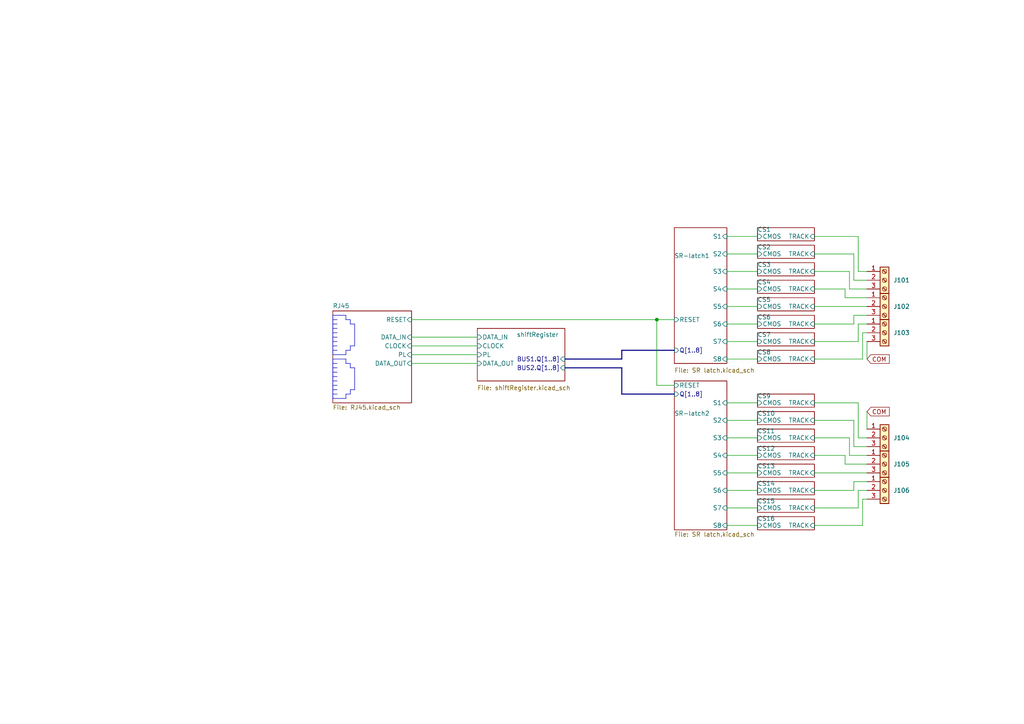
<source format=kicad_sch>
(kicad_sch (version 20230121) (generator eeschema)
  (paper "A4")
  (lib_symbols
    (symbol "Connector:Screw_Terminal_01x03" (pin_names (offset 1.016) hide)
      (property "Reference" "J" (at 0 5.08 0))
      (property "Value" "Screw_Terminal_01x03" (at 0 -5.08 0))
      (symbol "Screw_Terminal_01x03_1_1"
        (rectangle (start -1.27 3.81) (end 1.27 -3.81) (stroke (width 0.254)) (fill (type background)))
        (circle (center 0 -2.54) (radius 0.635) (stroke (width 0.1524)))
        (polyline (pts (xy -0.5334 -2.2098) (xy 0.3302 -3.048)) (stroke (width 0.1524)))
        (polyline (pts (xy -0.5334 0.3302) (xy 0.3302 -0.508)) (stroke (width 0.1524)))
        (polyline (pts (xy -0.5334 2.8702) (xy 0.3302 2.032)) (stroke (width 0.1524)))
        (polyline (pts (xy -0.3556 -2.032) (xy 0.508 -2.8702)) (stroke (width 0.1524)))
        (polyline (pts (xy -0.3556 0.508) (xy 0.508 -0.3302)) (stroke (width 0.1524)))
        (polyline (pts (xy -0.3556 3.048) (xy 0.508 2.2098)) (stroke (width 0.1524)))
        (circle (center 0 0) (radius 0.635) (stroke (width 0.1524)))
        (circle (center 0 2.54) (radius 0.635) (stroke (width 0.1524)))
        (pin passive line (at -5.08 2.54 0) (length 3.81) (name "Pin_1") (number "1"))
        (pin passive line (at -5.08 0 0) (length 3.81) (name "Pin_2") (number "2"))
        (pin passive line (at -5.08 -2.54 0) (length 3.81) (name "Pin_3") (number "3"))
      )
    )
  )
  (junction (at 190.5 92.71))
  (bus (pts (xy 180.34 104.14) (xy 163.83 104.14)))
  (wire (pts (xy 236.22 121.92) (xy 247.65 121.92)))
  (wire (pts (xy 210.82 132.08) (xy 219.71 132.08)))
  (wire (pts (xy 248.92 78.74) (xy 248.92 68.58)))
  (polyline (pts (xy 100.33 105.41) (xy 101.6 105.41)))
  (wire (pts (xy 236.22 152.4) (xy 250.19 152.4)))
  (wire (pts (xy 190.5 92.71) (xy 190.5 111.76)))
  (polyline (pts (xy 102.87 113.03) (xy 101.6 113.03)))
  (polyline (pts (xy 96.52 95.25) (xy 97.79 95.25)))
  (polyline (pts (xy 96.52 96.52) (xy 97.79 96.52)))
  (polyline (pts (xy 101.6 105.41) (xy 101.6 106.68)))
  (polyline (pts (xy 101.6 101.6) (xy 100.33 101.6)))
  (wire (pts (xy 247.65 93.98) (xy 247.65 91.44)))
  (wire (pts (xy 247.65 91.44) (xy 251.46 91.44)))
  (wire (pts (xy 236.22 93.98) (xy 247.65 93.98)))
  (wire (pts (xy 248.92 147.32) (xy 248.92 142.24)))
  (polyline (pts (xy 100.33 101.6) (xy 100.33 102.87)))
  (polyline (pts (xy 101.6 100.33) (xy 101.6 101.6)))
  (wire (pts (xy 210.82 88.9) (xy 219.71 88.9)))
  (polyline (pts (xy 96.52 104.14) (xy 96.52 115.57)))
  (wire (pts (xy 250.19 144.78) (xy 251.46 144.78)))
  (polyline (pts (xy 100.33 104.14) (xy 100.33 105.41)))
  (wire (pts (xy 246.38 127) (xy 246.38 132.08)))
  (polyline (pts (xy 101.6 93.98) (xy 102.87 93.98)))
  (wire (pts (xy 246.38 132.08) (xy 251.46 132.08)))
  (polyline (pts (xy 100.33 102.87) (xy 96.52 102.87)))
  (wire (pts (xy 210.82 93.98) (xy 219.71 93.98)))
  (wire (pts (xy 210.82 152.4) (xy 219.71 152.4)))
  (wire (pts (xy 236.22 127) (xy 246.38 127)))
  (polyline (pts (xy 100.33 91.44) (xy 100.33 92.71)))
  (wire (pts (xy 245.11 134.62) (xy 245.11 132.08)))
  (wire (pts (xy 210.82 73.66) (xy 219.71 73.66)))
  (polyline (pts (xy 96.52 100.33) (xy 97.79 100.33)))
  (wire (pts (xy 248.92 99.06) (xy 248.92 93.98)))
  (polyline (pts (xy 96.52 91.44) (xy 96.52 102.87)))
  (polyline (pts (xy 96.52 105.41) (xy 97.79 105.41)))
  (polyline (pts (xy 101.6 92.71) (xy 101.6 93.98)))
  (polyline (pts (xy 100.33 115.57) (xy 96.52 115.57)))
  (wire (pts (xy 236.22 137.16) (xy 251.46 137.16)))
  (wire (pts (xy 236.22 78.74) (xy 246.38 78.74)))
  (polyline (pts (xy 96.52 111.76) (xy 97.79 111.76)))
  (wire (pts (xy 236.22 104.14) (xy 250.19 104.14)))
  (wire (pts (xy 248.92 68.58) (xy 236.22 68.58)))
  (wire (pts (xy 245.11 83.82) (xy 236.22 83.82)))
  (bus (pts (xy 163.83 106.68) (xy 180.34 106.68)))
  (wire (pts (xy 119.38 105.41) (xy 138.43 105.41)))
  (bus (pts (xy 180.34 114.3) (xy 195.58 114.3)))
  (polyline (pts (xy 96.52 101.6) (xy 97.79 101.6)))
  (polyline (pts (xy 96.52 91.44) (xy 100.33 91.44)))
  (bus (pts (xy 180.34 106.68) (xy 180.34 114.3)))
  (wire (pts (xy 251.46 104.14) (xy 251.46 99.06)))
  (wire (pts (xy 119.38 100.33) (xy 138.43 100.33)))
  (bus (pts (xy 180.34 101.6) (xy 180.34 104.14)))
  (bus (pts (xy 195.58 101.6) (xy 180.34 101.6)))
  (polyline (pts (xy 96.52 114.3) (xy 97.79 114.3)))
  (wire (pts (xy 245.11 86.36) (xy 251.46 86.36)))
  (wire (pts (xy 210.82 78.74) (xy 219.71 78.74)))
  (polyline (pts (xy 96.52 104.14) (xy 100.33 104.14)))
  (wire (pts (xy 236.22 88.9) (xy 251.46 88.9)))
  (wire (pts (xy 245.11 134.62) (xy 251.46 134.62)))
  (polyline (pts (xy 96.52 107.95) (xy 97.79 107.95)))
  (wire (pts (xy 251.46 119.38) (xy 251.46 124.46)))
  (polyline (pts (xy 96.52 110.49) (xy 97.79 110.49)))
  (polyline (pts (xy 100.33 114.3) (xy 100.33 115.57)))
  (wire (pts (xy 245.11 132.08) (xy 236.22 132.08)))
  (wire (pts (xy 210.82 99.06) (xy 219.71 99.06)))
  (polyline (pts (xy 101.6 114.3) (xy 100.33 114.3)))
  (wire (pts (xy 250.19 96.52) (xy 251.46 96.52)))
  (polyline (pts (xy 102.87 106.68) (xy 102.87 113.03)))
  (polyline (pts (xy 100.33 92.71) (xy 101.6 92.71)))
  (wire (pts (xy 210.82 83.82) (xy 219.71 83.82)))
  (wire (pts (xy 248.92 127) (xy 248.92 116.84)))
  (wire (pts (xy 247.65 129.54) (xy 251.46 129.54)))
  (wire (pts (xy 210.82 116.84) (xy 219.71 116.84)))
  (wire (pts (xy 246.38 78.74) (xy 246.38 83.82)))
  (wire (pts (xy 248.92 127) (xy 251.46 127)))
  (wire (pts (xy 248.92 142.24) (xy 251.46 142.24)))
  (polyline (pts (xy 102.87 100.33) (xy 101.6 100.33)))
  (polyline (pts (xy 96.52 106.68) (xy 97.79 106.68)))
  (wire (pts (xy 246.38 83.82) (xy 251.46 83.82)))
  (wire (pts (xy 119.38 92.71) (xy 190.5 92.71)))
  (wire (pts (xy 250.19 104.14) (xy 250.19 96.52)))
  (polyline (pts (xy 102.87 93.98) (xy 102.87 100.33)))
  (wire (pts (xy 245.11 86.36) (xy 245.11 83.82)))
  (wire (pts (xy 119.38 102.87) (xy 138.43 102.87)))
  (wire (pts (xy 210.82 68.58) (xy 219.71 68.58)))
  (wire (pts (xy 247.65 139.7) (xy 251.46 139.7)))
  (wire (pts (xy 250.19 152.4) (xy 250.19 144.78)))
  (wire (pts (xy 236.22 147.32) (xy 248.92 147.32)))
  (wire (pts (xy 210.82 121.92) (xy 219.71 121.92)))
  (wire (pts (xy 210.82 147.32) (xy 219.71 147.32)))
  (polyline (pts (xy 96.52 97.79) (xy 97.79 97.79)))
  (wire (pts (xy 236.22 142.24) (xy 247.65 142.24)))
  (polyline (pts (xy 96.52 92.71) (xy 97.79 92.71)))
  (wire (pts (xy 236.22 99.06) (xy 248.92 99.06)))
  (wire (pts (xy 248.92 78.74) (xy 251.46 78.74)))
  (polyline (pts (xy 96.52 109.22) (xy 97.79 109.22)))
  (wire (pts (xy 210.82 127) (xy 219.71 127)))
  (wire (pts (xy 195.58 111.76) (xy 190.5 111.76)))
  (wire (pts (xy 210.82 137.16) (xy 219.71 137.16)))
  (wire (pts (xy 210.82 104.14) (xy 219.71 104.14)))
  (polyline (pts (xy 101.6 106.68) (xy 102.87 106.68)))
  (wire (pts (xy 247.65 81.28) (xy 251.46 81.28)))
  (polyline (pts (xy 96.52 99.06) (xy 97.79 99.06)))
  (wire (pts (xy 248.92 93.98) (xy 251.46 93.98)))
  (wire (pts (xy 119.38 97.79) (xy 138.43 97.79)))
  (wire (pts (xy 247.65 121.92) (xy 247.65 129.54)))
  (polyline (pts (xy 96.52 113.03) (xy 97.79 113.03)))
  (wire (pts (xy 190.5 92.71) (xy 195.58 92.71)))
  (polyline (pts (xy 96.52 93.98) (xy 97.79 93.98)))
  (polyline (pts (xy 101.6 113.03) (xy 101.6 114.3)))
  (wire (pts (xy 236.22 73.66) (xy 247.65 73.66)))
  (wire (pts (xy 247.65 142.24) (xy 247.65 139.7)))
  (wire (pts (xy 247.65 73.66) (xy 247.65 81.28)))
  (wire (pts (xy 248.92 116.84) (xy 236.22 116.84)))
  (wire (pts (xy 210.82 142.24) (xy 219.71 142.24)))
  (global_label "COM" (shape input) (at 251.46 119.38 0) (property "Intersheetrefs" "${INTERSHEET_REFS}" (effects hide)))
  (global_label "COM" (shape input) (at 251.46 104.14 0) (property "Intersheetrefs" "${INTERSHEET_REFS}" (effects hide)))
  (symbol (lib_id "Connector:Screw_Terminal_01x03") (at 256.54 81.28 0) (unit 1)
    (property "Reference" "J101" (at 259.08 81.28 0) (effects (justify left)))
    (property "Value" "Screw_Terminal_01x03" (effects hide))
    (property "JLCPCB Part#" "C557666" (effects hide))
  )
  (symbol (lib_id "Connector:Screw_Terminal_01x03") (at 256.54 96.52 0) (unit 1)
    (property "Reference" "J103" (at 259.08 96.52 0) (effects (justify left)))
    (property "Value" "Screw_Terminal_01x03" (effects hide))
    (property "JLCPCB Part#" "C557666" (effects hide))
  )
  (symbol (lib_id "Connector:Screw_Terminal_01x03") (at 256.54 142.24 0) (unit 1)
    (property "Reference" "J106" (at 259.08 142.24 0) (effects (justify left)))
    (property "Value" "Screw_Terminal_01x03" (effects hide))
    (property "JLCPCB Part#" "C557666" (effects hide))
  )
  (symbol (lib_id "Connector:Screw_Terminal_01x03") (at 256.54 88.9 0) (unit 1)
    (property "Reference" "J102" (at 259.08 88.9 0) (effects (justify left)))
    (property "Value" "Screw_Terminal_01x03" (effects hide))
    (property "JLCPCB Part#" "C557666" (effects hide))
  )
  (symbol (lib_id "Connector:Screw_Terminal_01x03") (at 256.54 134.62 0) (unit 1)
    (property "Reference" "J105" (at 259.08 134.62 0) (effects (justify left)))
    (property "Value" "Screw_Terminal_01x03" (effects hide))
    (property "JLCPCB Part#" "C557666" (effects hide))
  )
  (symbol (lib_id "Connector:Screw_Terminal_01x03") (at 256.54 127 0) (unit 1)
    (property "Reference" "J104" (at 259.08 127 0) (effects (justify left)))
    (property "Value" "Screw_Terminal_01x03" (effects hide))
    (property "JLCPCB Part#" "C557666" (effects hide))
  )
  (sheet (at 219.71 134.62) (size 16.51 3.81) (stroke (width 0.1524))
    (property "Sheetname" "CS13" (at 219.71 135.89 0) (effects (justify left bottom)))
    (property "Sheetfile" "current sensor.kicad_sch" (effects hide))
    (pin "TRACK" input (at 236.22 137.16 0))
    (pin "CMOS" input (at 219.71 137.16 180))
  )
  (sheet (at 195.58 110.49) (size 15.24 43.18) (stroke (width 0.1524))
    (property "Sheetname" "SR-latch2" (at 195.58 120.65 0) (effects (justify left bottom)))
    (property "Sheetfile" "SR latch.kicad_sch" (at 195.58 154.2546 0) (effects (justify left top)))
    (pin "S6" input (at 210.82 142.24 0))
    (pin "S5" input (at 210.82 137.16 0))
    (pin "S7" input (at 210.82 147.32 0))
    (pin "S8" input (at 210.82 152.4 0))
    (pin "S3" input (at 210.82 127 0))
    (pin "S4" input (at 210.82 132.08 0))
    (pin "S1" input (at 210.82 116.84 0))
    (pin "S2" input (at 210.82 121.92 0))
    (pin "RESET" input (at 195.58 111.76 180))
    (pin "Q[1..8]" input (at 195.58 114.3 180))
  )
  (sheet (at 219.71 71.12) (size 16.51 3.81) (stroke (width 0.1524))
    (property "Sheetname" "CS2" (at 219.71 72.39 0) (effects (justify left bottom)))
    (property "Sheetfile" "current sensor.kicad_sch" (effects hide))
    (pin "TRACK" input (at 236.22 73.66 0))
    (pin "CMOS" input (at 219.71 73.66 180))
  )
  (sheet (at 138.43 95.25) (size 25.4 15.24) (stroke (width 0.1524))
    (property "Sheetname" "shiftRegister" (at 149.86 97.79 0) (effects (justify left bottom)))
    (property "Sheetfile" "shiftRegister.kicad_sch" (at 138.43 111.76 0) (effects (justify left top)))
    (pin "BUS2.Q[1..8]" input (at 163.83 106.68 0))
    (pin "BUS1.Q[1..8]" input (at 163.83 104.14 0))
    (pin "CLOCK" input (at 138.43 100.33 180))
    (pin "PL" input (at 138.43 102.87 180))
    (pin "DATA_IN" input (at 138.43 97.79 180))
    (pin "DATA_OUT" input (at 138.43 105.41 180))
  )
  (sheet (at 219.71 81.28) (size 16.51 3.81) (stroke (width 0.1524))
    (property "Sheetname" "CS4" (at 219.71 82.55 0) (effects (justify left bottom)))
    (property "Sheetfile" "current sensor.kicad_sch" (effects hide))
    (pin "TRACK" input (at 236.22 83.82 0))
    (pin "CMOS" input (at 219.71 83.82 180))
  )
  (sheet (at 195.58 66.04) (size 15.24 39.37) (stroke (width 0.1524))
    (property "Sheetname" "SR-latch1" (at 195.58 74.93 0) (effects (justify left bottom)))
    (property "Sheetfile" "SR latch.kicad_sch" (at 195.58 106.68 0) (effects (justify left top)))
    (pin "S6" input (at 210.82 93.98 0))
    (pin "S5" input (at 210.82 88.9 0))
    (pin "S7" input (at 210.82 99.06 0))
    (pin "S8" input (at 210.82 104.14 0))
    (pin "S3" input (at 210.82 78.74 0))
    (pin "S4" input (at 210.82 83.82 0))
    (pin "S1" input (at 210.82 68.58 0))
    (pin "S2" input (at 210.82 73.66 0))
    (pin "RESET" input (at 195.58 92.71 180))
    (pin "Q[1..8]" input (at 195.58 101.6 180))
  )
  (sheet (at 219.71 96.52) (size 16.51 3.81) (stroke (width 0.1524))
    (property "Sheetname" "CS7" (at 219.71 97.79 0) (effects (justify left bottom)))
    (property "Sheetfile" "current sensor.kicad_sch" (effects hide))
    (pin "TRACK" input (at 236.22 99.06 0))
    (pin "CMOS" input (at 219.71 99.06 180))
  )
  (sheet (at 219.71 124.46) (size 16.51 3.81) (stroke (width 0.1524))
    (property "Sheetname" "CS11" (at 219.71 125.73 0) (effects (justify left bottom)))
    (property "Sheetfile" "current sensor.kicad_sch" (effects hide))
    (pin "TRACK" input (at 236.22 127 0))
    (pin "CMOS" input (at 219.71 127 180))
  )
  (sheet (at 219.71 149.86) (size 16.51 3.81) (stroke (width 0.1524))
    (property "Sheetname" "CS16" (at 219.71 151.13 0) (effects (justify left bottom)))
    (property "Sheetfile" "current sensor.kicad_sch" (effects hide))
    (pin "TRACK" input (at 236.22 152.4 0))
    (pin "CMOS" input (at 219.71 152.4 180))
  )
  (sheet (at 219.71 91.44) (size 16.51 3.81) (stroke (width 0.1524))
    (property "Sheetname" "CS6" (at 219.71 92.71 0) (effects (justify left bottom)))
    (property "Sheetfile" "current sensor.kicad_sch" (effects hide))
    (pin "TRACK" input (at 236.22 93.98 0))
    (pin "CMOS" input (at 219.71 93.98 180))
  )
  (sheet (at 219.71 119.38) (size 16.51 3.81) (stroke (width 0.1524))
    (property "Sheetname" "CS10" (at 219.71 120.65 0) (effects (justify left bottom)))
    (property "Sheetfile" "current sensor.kicad_sch" (effects hide))
    (pin "TRACK" input (at 236.22 121.92 0))
    (pin "CMOS" input (at 219.71 121.92 180))
  )
  (sheet (at 219.71 129.54) (size 16.51 3.81) (stroke (width 0.1524))
    (property "Sheetname" "CS12" (at 219.71 130.81 0) (effects (justify left bottom)))
    (property "Sheetfile" "current sensor.kicad_sch" (effects hide))
    (pin "TRACK" input (at 236.22 132.08 0))
    (pin "CMOS" input (at 219.71 132.08 180))
  )
  (sheet (at 219.71 86.36) (size 16.51 3.81) (stroke (width 0.1524))
    (property "Sheetname" "CS5" (at 219.71 87.63 0) (effects (justify left bottom)))
    (property "Sheetfile" "current sensor.kicad_sch" (effects hide))
    (pin "TRACK" input (at 236.22 88.9 0))
    (pin "CMOS" input (at 219.71 88.9 180))
  )
  (sheet (at 96.52 90.17) (size 22.86 26.67) (stroke (width 0.1524))
    (property "Sheetname" "RJ45" (at 96.52 89.4584 0) (effects (justify left bottom)))
    (property "Sheetfile" "RJ45.kicad_sch" (at 96.52 117.4246 0) (effects (justify left top)))
    (pin "DATA_IN" input (at 119.38 97.79 0))
    (pin "PL" input (at 119.38 102.87 0))
    (pin "CLOCK" input (at 119.38 100.33 0))
    (pin "RESET" input (at 119.38 92.71 0))
    (pin "DATA_OUT" input (at 119.38 105.41 0))
  )
  (sheet (at 219.71 101.6) (size 16.51 3.81) (stroke (width 0.1524))
    (property "Sheetname" "CS8" (at 219.71 102.87 0) (effects (justify left bottom)))
    (property "Sheetfile" "current sensor.kicad_sch" (effects hide))
    (pin "TRACK" input (at 236.22 104.14 0))
    (pin "CMOS" input (at 219.71 104.14 180))
  )
  (sheet (at 219.71 114.3) (size 16.51 3.81) (stroke (width 0.1524))
    (property "Sheetname" "CS9" (at 219.71 115.57 0) (effects (justify left bottom)))
    (property "Sheetfile" "current sensor.kicad_sch" (effects hide))
    (pin "TRACK" input (at 236.22 116.84 0))
    (pin "CMOS" input (at 219.71 116.84 180))
  )
  (sheet (at 219.71 76.2) (size 16.51 3.81) (stroke (width 0.1524))
    (property "Sheetname" "CS3" (at 219.71 77.47 0) (effects (justify left bottom)))
    (property "Sheetfile" "current sensor.kicad_sch" (effects hide))
    (pin "TRACK" input (at 236.22 78.74 0))
    (pin "CMOS" input (at 219.71 78.74 180))
  )
  (sheet (at 219.71 139.7) (size 16.51 3.81) (stroke (width 0.1524))
    (property "Sheetname" "CS14" (at 219.71 140.97 0) (effects (justify left bottom)))
    (property "Sheetfile" "current sensor.kicad_sch" (effects hide))
    (pin "TRACK" input (at 236.22 142.24 0))
    (pin "CMOS" input (at 219.71 142.24 180))
  )
  (sheet (at 219.71 66.04) (size 16.51 3.81) (stroke (width 0.1524))
    (property "Sheetname" "CS1" (at 219.71 67.31 0) (effects (justify left bottom)))
    (property "Sheetfile" "current sensor.kicad_sch" (effects hide))
    (pin "TRACK" input (at 236.22 68.58 0))
    (pin "CMOS" input (at 219.71 68.58 180))
  )
  (sheet (at 219.71 144.78) (size 16.51 3.81) (stroke (width 0.1524))
    (property "Sheetname" "CS15" (at 219.71 146.05 0) (effects (justify left bottom)))
    (property "Sheetfile" "current sensor.kicad_sch" (effects hide))
    (pin "TRACK" input (at 236.22 147.32 0))
    (pin "CMOS" input (at 219.71 147.32 180))
  )
)
</source>
